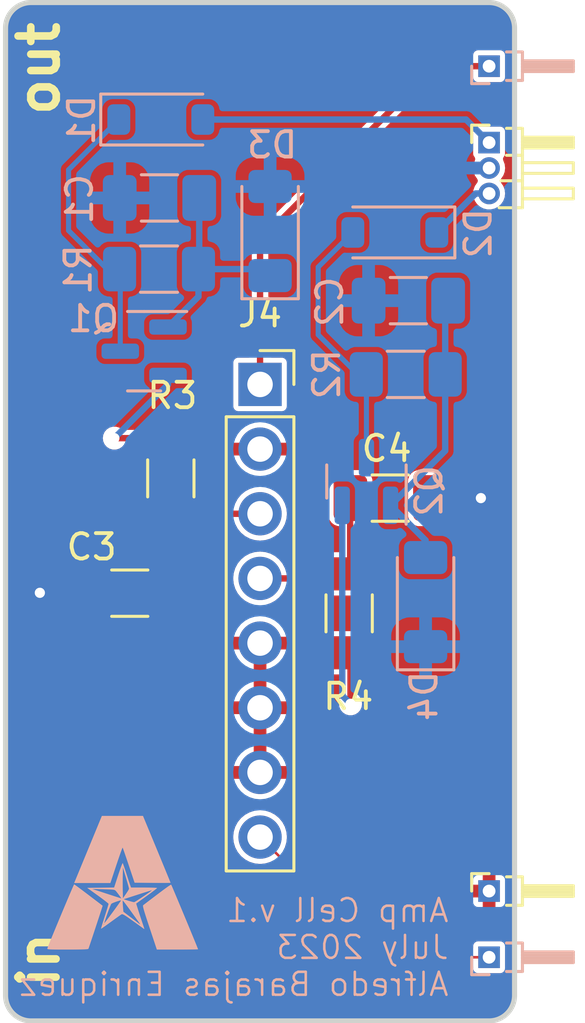
<source format=kicad_pcb>
(kicad_pcb (version 20221018) (generator pcbnew)
  (layers (0 "F.Cu" signal) (1 "In1.Cu" signal) (2 "In2.Cu" signal) (31 "B.Cu" signal) (34 "B.Paste" user) (35 "F.Paste" user) (36 "B.SilkS" user "B.Silkscreen") (37 "F.SilkS" user "F.Silkscreen") (38 "B.Mask" user) (39 "F.Mask" user) (44 "Edge.Cuts" user))
  (net 0 "")
  (net 1 "Net-(D3-K)")
  (net 2 "GND")
  (net 3 "Net-(D4-A)")
  (net 4 "Net-(J4-Pin_3)")
  (net 5 "GND1")
  (net 6 "Net-(J4-Pin_4)")
  (net 7 "+11")
  (net 8 "Net-(D1-A)")
  (net 9 "Net-(D2-K)")
  (net 10 "-11")
  (net 11 "Net-(J2-In)")
  (net 12 "Net-(J3-In)")
  (net 13 "Net-(Q1-E)")
  (net 14 "Net-(Q2-E)")
  (footprint "Connector_PinSocket_2.54mm:PinSocket_1x08_P2.54mm_Vertical" (layer "F.Cu") (at 27.5465 30.676)
    (fp_text reference "J4" (at 0 -2.77) (layer "F.SilkS"))
    (fp_text value "Conn_01x08" hide)
    (fp_line (start -1.33 1.27) (end -1.33 19.11) (stroke (width 0.12)) (layer "F.SilkS"))
    (fp_line (start -1.33 1.27) (end 1.33 1.27) (stroke (width 0.12)) (layer "F.SilkS"))
    (fp_line (start -1.33 19.11) (end 1.33 19.11) (stroke (width 0.12)) (layer "F.SilkS"))
    (fp_line (start 0 -1.33) (end 1.33 -1.33) (stroke (width 0.12)) (layer "F.SilkS"))
    (fp_line (start 1.33 -1.33) (end 1.33 0) (stroke (width 0.12)) (layer "F.SilkS"))
    (fp_line (start 1.33 1.27) (end 1.33 19.11) (stroke (width 0.12)) (layer "F.SilkS"))
    (pad "1" thru_hole rect (at 0 0) (size 1.7 1.7) (drill 1) (layers "*.Cu" "*.Mask") (net 11 "Net-(J2-In)"))
    (pad "2" thru_hole oval (at 0 2.54) (size 1.7 1.7) (drill 1) (layers "*.Cu" "*.Mask") (net 5 "GND1"))
    (pad "3" thru_hole oval (at 0 5.08) (size 1.7 1.7) (drill 1) (layers "*.Cu" "*.Mask") (net 4 "Net-(J4-Pin_3)"))
    (pad "4" thru_hole oval (at 0 7.62) (size 1.7 1.7) (drill 1) (layers "*.Cu" "*.Mask") (net 6 "Net-(J4-Pin_4)"))
    (pad "5" thru_hole oval (at 0 10.16) (size 1.7 1.7) (drill 1) (layers "*.Cu" "*.Mask") (net 5 "GND1"))
    (pad "6" thru_hole oval (at 0 12.7) (size 1.7 1.7) (drill 1) (layers "*.Cu" "*.Mask") (net 5 "GND1"))
    (pad "7" thru_hole oval (at 0 15.24) (size 1.7 1.7) (drill 1) (layers "*.Cu" "*.Mask") (net 5 "GND1"))
    (pad "8" thru_hole oval (at 0 17.78) (size 1.7 1.7) (drill 1) (layers "*.Cu" "*.Mask") (net 12 "Net-(J3-In)"))
  )
  (footprint "Capacitor_SMD:C_1206_3216Metric_Pad1.33x1.80mm_HandSolder" (layer "F.Cu") (at 22.4275 38.875 180)
    (fp_text reference "C3" (at 1.5 1.815 180) (layer "F.SilkS"))
    (fp_text value "10uF" hide)
    (fp_line (start -0.711252 -0.91) (end 0.711252 -0.91) (stroke (width 0.12)) (layer "F.SilkS"))
    (fp_line (start -0.711252 0.91) (end 0.711252 0.91) (stroke (width 0.12)) (layer "F.SilkS"))
    (pad "1" smd roundrect (at -1.5625 0 180) (size 1.325 1.8) (layers "F.Cu" "F.Paste" "F.Mask") (roundrect_rratio 0.188679) (net 4 "Net-(J4-Pin_3)"))
    (pad "2" smd roundrect (at 1.5625 0 180) (size 1.325 1.8) (layers "F.Cu" "F.Paste" "F.Mask") (roundrect_rratio 0.188679) (net 2 "GND"))
  )
  (footprint "Resistor_SMD:R_1206_3216Metric_Pad1.30x1.75mm_HandSolder" (layer "F.Cu") (at 24.0405 34.366 -90)
    (fp_text reference "R3" (at -3.25 -0.06) (layer "F.SilkS"))
    (fp_text value "4.7" hide)
    (fp_line (start -0.727064 -0.91) (end 0.727064 -0.91) (stroke (width 0.12)) (layer "F.SilkS"))
    (fp_line (start -0.727064 0.91) (end 0.727064 0.91) (stroke (width 0.12)) (layer "F.SilkS"))
    (pad "1" smd roundrect (at -1.55 0 270) (size 1.3 1.75) (layers "F.Cu" "F.Paste" "F.Mask") (roundrect_rratio 0.192308) (net 13 "Net-(Q1-E)"))
    (pad "2" smd roundrect (at 1.55 0 270) (size 1.3 1.75) (layers "F.Cu" "F.Paste" "F.Mask") (roundrect_rratio 0.192308) (net 4 "Net-(J4-Pin_3)"))
  )
  (footprint "Capacitor_SMD:C_1206_3216Metric_Pad1.33x1.80mm_HandSolder" (layer "F.Cu") (at 32.6615 35.141)
    (fp_text reference "C4" (at -0.14 -1.945) (layer "F.SilkS"))
    (fp_text value "10uF" hide)
    (fp_line (start -0.711252 -0.91) (end 0.711252 -0.91) (stroke (width 0.12)) (layer "F.SilkS"))
    (fp_line (start -0.711252 0.91) (end 0.711252 0.91) (stroke (width 0.12)) (layer "F.SilkS"))
    (pad "1" smd roundrect (at -1.5625 0) (size 1.325 1.8) (layers "F.Cu" "F.Paste" "F.Mask") (roundrect_rratio 0.188679) (net 6 "Net-(J4-Pin_4)"))
    (pad "2" smd roundrect (at 1.5625 0) (size 1.325 1.8) (layers "F.Cu" "F.Paste" "F.Mask") (roundrect_rratio 0.188679) (net 2 "GND"))
  )
  (footprint "Connector_PinHeader_1.00mm:PinHeader_1x01_P1.00mm_Horizontal" (layer "F.Cu") (at 36.5465 50.576)
    (fp_text reference "REF**" hide)
    (fp_text value "PinHeader_1x01_P1.00mm_Horizontal" hide)
    (fp_line (start -0.685 -0.685) (end 0 -0.685) (stroke (width 0.12)) (layer "F.SilkS"))
    (fp_line (start -0.685 0) (end -0.685 -0.685) (stroke (width 0.12)) (layer "F.SilkS"))
    (fp_line (start 0.685 -0.56) (end 1.31 -0.56) (stroke (width 0.12)) (layer "F.SilkS"))
    (fp_line (start 1.31 -0.56) (end 1.31 0.56) (stroke (width 0.12)) (layer "F.SilkS"))
    (fp_line (start 1.31 -0.21) (end 3.31 -0.21) (stroke (width 0.12)) (layer "F.SilkS"))
    (fp_line (start 1.31 -0.15) (end 3.31 -0.15) (stroke (width 0.12)) (layer "F.SilkS"))
    (fp_line (start 1.31 -0.03) (end 3.31 -0.03) (stroke (width 0.12)) (layer "F.SilkS"))
    (fp_line (start 1.31 0.09) (end 3.31 0.09) (stroke (width 0.12)) (layer "F.SilkS"))
    (fp_line (start 1.31 0.56) (end 0.685 0.56) (stroke (width 0.12)) (layer "F.SilkS"))
    (fp_line (start 3.31 -0.21) (end 3.31 0.21) (stroke (width 0.12)) (layer "F.SilkS"))
    (fp_line (start 3.31 0.21) (end 1.31 0.21) (stroke (width 0.12)) (layer "F.SilkS"))
    (pad "1" thru_hole rect (at 0 0) (size 0.85 0.85) (drill 0.5) (layers "*.Cu" "*.Mask") (net 5 "GND1"))
  )
  (footprint "Connector_PinHeader_1.00mm:PinHeader_1x03_P1.00mm_Horizontal" (layer "F.Cu") (at 36.5465 21.176)
    (fp_text reference "REF**" hide)
    (fp_text value "PinHeader_1x03_P1.00mm_Horizontal" hide)
    (fp_line (start -0.685 -0.685) (end 0 -0.685) (stroke (width 0.12)) (layer "F.SilkS"))
    (fp_line (start -0.685 0) (end -0.685 -0.685) (stroke (width 0.12)) (layer "F.SilkS"))
    (fp_line (start 0.468215 1.5) (end 1.31 1.5) (stroke (width 0.12)) (layer "F.SilkS"))
    (fp_line (start 0.685 -0.56) (end 1.31 -0.56) (stroke (width 0.12)) (layer "F.SilkS"))
    (fp_line (start 0.685 0.5) (end 1.31 0.5) (stroke (width 0.12)) (layer "F.SilkS"))
    (fp_line (start 1.31 -0.56) (end 1.31 2.56) (stroke (width 0.12)) (layer "F.SilkS"))
    (fp_line (start 1.31 -0.21) (end 3.31 -0.21) (stroke (width 0.12)) (layer "F.SilkS"))
    (fp_line (start 1.31 -0.15) (end 3.31 -0.15) (stroke (width 0.12)) (layer "F.SilkS"))
    (fp_line (start 1.31 -0.03) (end 3.31 -0.03) (stroke (width 0.12)) (layer "F.SilkS"))
    (fp_line (start 1.31 0.09) (end 3.31 0.09) (stroke (width 0.12)) (layer "F.SilkS"))
    (fp_line (start 1.31 0.79) (end 3.31 0.79) (stroke (width 0.12)) (layer "F.SilkS"))
    (fp_line (start 1.31 1.79) (end 3.31 1.79) (stroke (width 0.12)) (layer "F.SilkS"))
    (fp_line (start 1.31 2.56) (end 0.394493 2.56) (stroke (width 0.12)) (layer "F.SilkS"))
    (fp_line (start 3.31 -0.21) (end 3.31 0.21) (stroke (width 0.12)) (layer "F.SilkS"))
    (fp_line (start 3.31 0.21) (end 1.31 0.21) (stroke (width 0.12)) (layer "F.SilkS"))
    (fp_line (start 3.31 0.79) (end 3.31 1.21) (stroke (width 0.12)) (layer "F.SilkS"))
    (fp_line (start 3.31 1.21) (end 1.31 1.21) (stroke (width 0.12)) (layer "F.SilkS"))
    (fp_line (start 3.31 1.79) (end 3.31 2.21) (stroke (width 0.12)) (layer "F.SilkS"))
    (fp_line (start 3.31 2.21) (end 1.31 2.21) (stroke (width 0.12)) (layer "F.SilkS"))
    (pad "1" thru_hole rect (at 0 0) (size 0.85 0.85) (drill 0.5) (layers "*.Cu" "*.Mask") (net 8 "Net-(D1-A)"))
    (pad "2" thru_hole oval (at 0 1) (size 0.85 0.85) (drill 0.5) (layers "*.Cu" "*.Mask") (net 2 "GND"))
    (pad "3" thru_hole oval (at 0 2) (size 0.85 0.85) (drill 0.5) (layers "*.Cu" "*.Mask") (net 9 "Net-(D2-K)"))
  )
  (footprint "Resistor_SMD:R_1206_3216Metric_Pad1.30x1.75mm_HandSolder" (layer "F.Cu") (at 31.0475 39.667 90)
    (fp_text reference "R4" (at -3.27 -0.035) (layer "F.SilkS"))
    (fp_text value "4.7" hide)
    (fp_line (start -0.727064 -0.91) (end 0.727064 -0.91) (stroke (width 0.12)) (layer "F.SilkS"))
    (fp_line (start -0.727064 0.91) (end 0.727064 0.91) (stroke (width 0.12)) (layer "F.SilkS"))
    (pad "1" smd roundrect (at -1.55 0 90) (size 1.3 1.75) (layers "F.Cu" "F.Paste" "F.Mask") (roundrect_rratio 0.192308) (net 14 "Net-(Q2-E)"))
    (pad "2" smd roundrect (at 1.55 0 90) (size 1.3 1.75) (layers "F.Cu" "F.Paste" "F.Mask") (roundrect_rratio 0.192308) (net 6 "Net-(J4-Pin_4)"))
  )
  (footprint "Resistor_SMD:R_1206_3216Metric_Pad1.30x1.75mm_HandSolder" (layer "B.Cu") (at 33.2715 30.281)
    (fp_text reference "R2" (at -3.105 -0.005 90) (layer "B.SilkS") (effects (justify mirror)))
    (fp_text value "1.0k" hide)
    (fp_line (start -0.727064 -0.91) (end 0.727064 -0.91) (stroke (width 0.12)) (layer "B.SilkS"))
    (fp_line (start -0.727064 0.91) (end 0.727064 0.91) (stroke (width 0.12)) (layer "B.SilkS"))
    (pad "1" smd roundrect (at -1.55 0) (size 1.3 1.75) (layers "B.Cu" "B.Paste" "B.Mask") (roundrect_rratio 0.192308) (net 10 "-11"))
    (pad "2" smd roundrect (at 1.55 0) (size 1.3 1.75) (layers "B.Cu" "B.Paste" "B.Mask") (roundrect_rratio 0.192308) (net 3 "Net-(D4-A)"))
  )
  (footprint "1.Logos:UTA" (layer "B.Cu") (at 22.147 50.236 180)
    (fp_text reference "G***" hide)
    (fp_text value "LOGO" hide)
    (fp_poly (pts (xy -1.873458 -0.102715) (xy -1.832246 -0.128172) (xy -1.771634 -0.169557) (xy -1.688767 -0.22895) (xy -1.580794 -0.308432) (xy -1.44486 -0.410082) (xy -1.278112 -0.53598) (xy -1.077697 -0.688206) (xy -0.840761 -0.86884) (xy -0.807808 -0.893998) (xy -0.800407 -0.907738) (xy -0.800057 -0.935837) (xy -0.808001 -0.982698) (xy -0.825482 -1.052721) (xy -0.853741 -1.150308) (xy -0.894023 -1.279859) (xy -0.947568 -1.445777) (xy -1.015621 -1.652461) (xy -1.057852 -1.779606) (xy -1.343561 -2.637982) (xy -2.154076 -2.637982) (xy -2.350151 -2.637676) (xy -2.529139 -2.636807) (xy -2.685118 -2.635451) (xy -2.812164 -2.633682) (xy -2.904357 -2.631577) (xy -2.955775 -2.629209) (xy -2.96459 -2.627696) (xy -2.955214 -2.601211) (xy -2.928527 -2.533594) (xy -2.886686 -2.430032) (xy -2.831852 -2.295713) (xy -2.766183 -2.135825) (xy -2.691837 -1.955558) (xy -2.610975 -1.760098) (xy -2.525755 -1.554635) (xy -2.438337 -1.344357) (xy -2.350878 -1.134452) (xy -2.265539 -0.930107) (xy -2.184478 -0.736512) (xy -2.109854 -0.558855) (xy -2.043826 -0.402323) (xy -1.988553 -0.272106) (xy -1.946195 -0.173391) (xy -1.91891 -0.111367) (xy -1.909095 -0.091269) (xy -1.898123 -0.091108)) (fill solid) (layer "B.SilkS"))
    (fp_poly (pts (xy 0.008625 2.612471) (xy 0.816518 2.612083) (xy 1.238901 1.588683) (xy 1.332526 1.361847) (xy 1.424763 1.138389) (xy 1.512861 0.924975) (xy 1.594068 0.72827) (xy 1.665633 0.554939) (xy 1.724803 0.411647) (xy 1.768826 0.30506) (xy 1.78328 0.270079) (xy 1.905275 -0.025123) (xy 1.193239 -0.025123) (xy 0.481203 -0.025123) (xy 0.247657 0.67702) (xy 0.188269 0.853841) (xy 0.133554 1.013462) (xy 0.085572 1.150132) (xy 0.046382 1.258099) (xy 0.018046 1.331613) (xy 0.002623 1.364922) (xy 0.000775 1.366174) (xy -0.010318 1.33989) (xy -0.035086 1.272027) (xy -0.071406 1.168703) (xy -0.117152 1.03604) (xy -0.170202 0.880154) (xy -0.228432 0.707167) (xy -0.240761 0.670312) (xy -0.46896 -0.012562) (xy -1.176617 -0.019234) (xy -1.359322 -0.020614) (xy -1.524526 -0.021205) (xy -1.66589 -0.021037) (xy -1.777079 -0.02014) (xy -1.851754 -0.018544) (xy -1.88358 -0.016281) (xy -1.884273 -0.015841) (xy -1.874945 0.008428) (xy -1.848155 0.074755) (xy -1.805702 0.178786) (xy -1.749379 0.316169) (xy -1.680984 0.48255) (xy -1.602312 0.673576) (xy -1.515159 0.884893) (xy -1.42132 1.112149) (xy -1.322593 1.35099) (xy -1.220771 1.597062) (xy -1.117652 1.846014) (xy -1.015031 2.093491) (xy -0.914705 2.33514) (xy -0.874987 2.430712) (xy -0.799268 2.612859)) (fill solid) (layer "B.SilkS"))
    (fp_poly (pts (xy 1.918504 -0.097744) (xy 1.9474 -0.161428) (xy 1.991107 -0.261267) (xy 2.047469 -0.392104) (xy 2.114329 -0.548783) (xy 2.189531 -0.72615) (xy 2.270919 -0.919048) (xy 2.356337 -1.122321) (xy 2.443629 -1.330813) (xy 2.530638 -1.539369) (xy 2.615209 -1.742833) (xy 2.695184 -1.936049) (xy 2.768409 -2.113862) (xy 2.832726 -2.271114) (xy 2.88598 -2.402651) (xy 2.926014 -2.503317) (xy 2.950672 -2.567956) (xy 2.957398 -2.588072) (xy 2.959684 -2.601819) (xy 2.955214 -2.612778) (xy 2.93896 -2.621265) (xy 2.905892 -2.627595) (xy 2.850981 -2.632085) (xy 2.769199 -2.63505) (xy 2.655515 -2.636806) (xy 2.504901 -2.63767) (xy 2.312327 -2.637956) (xy 2.162774 -2.637982) (xy 1.928099 -2.637542) (xy 1.739547 -2.636117) (xy 1.593002 -2.633548) (xy 1.484346 -2.629679) (xy 1.409464 -2.624351) (xy 1.364239 -2.617407) (xy 1.344552 -2.608689) (xy 1.343262 -2.606577) (xy 1.326507 -2.559282) (xy 1.297569 -2.47452) (xy 1.258607 -2.358834) (xy 1.211777 -2.218763) (xy 1.159238 -2.06085) (xy 1.103148 -1.891634) (xy 1.045664 -1.717658) (xy 0.988945 -1.545461) (xy 0.935147 -1.381585) (xy 0.88643 -1.232572) (xy 0.844951 -1.104961) (xy 0.812867 -1.005294) (xy 0.792336 -0.940112) (xy 0.785517 -0.915956) (xy 0.78553 -0.91594) (xy 0.806249 -0.900179) (xy 0.86177 -0.857926) (xy 0.946915 -0.793122) (xy 1.056506 -0.70971) (xy 1.185362 -0.611632) (xy 1.328305 -0.502828) (xy 1.340636 -0.493442) (xy 1.485027 -0.38398) (xy 1.616419 -0.285222) (xy 1.729519 -0.201079) (xy 1.81903 -0.135464) (xy 1.879658 -0.092287) (xy 1.906107 -0.075461) (xy 1.906575 -0.075371)) (fill solid) (layer "B.SilkS"))
    (fp_poly (pts (xy 0.010228 0.743036) (xy 0.035449 0.684923) (xy 0.070747 0.592374) (xy 0.113581 0.472123) (xy 0.161411 0.330907) (xy 0.175069 0.289395) (xy 0.335093 -0.200014) (xy 0.864727 -0.206782) (xy 1.394362 -0.213551) (xy 0.97437 -0.515034) (xy 0.847991 -0.606919) (xy 0.73676 -0.69002) (xy 0.646772 -0.759598) (xy 0.584125 -0.810914) (xy 0.554914 -0.839228) (xy 0.553549 -0.842182) (xy 0.560688 -0.873019) (xy 0.581075 -0.943909) (xy 0.612366 -1.04714) (xy 0.652218 -1.174998) (xy 0.698287 -1.31977) (xy 0.705093 -1.34093) (xy 0.751314 -1.485993) (xy 0.791096 -1.613855) (xy 0.822235 -1.717175) (xy 0.842525 -1.788611) (xy 0.84976 -1.820819) (xy 0.849554 -1.821847) (xy 0.82782 -1.810237) (xy 0.772123 -1.773231) (xy 0.688902 -1.715309) (xy 0.591109 -1.645598) (xy 0.728585 -1.645598) (xy 0.741147 -1.65816) (xy 0.753709 -1.645598) (xy 0.741147 -1.633036) (xy 0.728585 -1.645598) (xy 0.591109 -1.645598) (xy 0.584594 -1.640954) (xy 0.465637 -1.554644) (xy 0.464787 -1.554023) (xy 0.342408 -1.464922) (xy 0.231561 -1.384996) (xy 0.139577 -1.31947) (xy 0.073786 -1.273567) (xy 0.042272 -1.252921) (xy 0.019601 -1.248476) (xy -0.01501 -1.257959) (xy -0.067085 -1.284595) (xy -0.142147 -1.331612) (xy -0.245719 -1.402236) (xy -0.383324 -1.499693) (xy -0.397391 -1.509765) (xy -0.521834 -1.599002) (xy -0.633439 -1.67918) (xy -0.725299 -1.745326) (xy -0.790506 -1.792465) (xy -0.82215 -1.815622) (xy -0.8228 -1.816116) (xy -0.850067 -1.831684) (xy -0.854204 -1.829644) (xy -0.846635 -1.803192) (xy -0.825965 -1.73855) (xy -0.79525 -1.645106) (xy -0.794685 -1.643415) (xy -0.68549 -1.643415) (xy -0.677719 -1.643309) (xy -0.645416 -1.61901) (xy -0.581127 -1.570338) (xy -0.492846 -1.503356) (xy -0.388567 -1.424127) (xy -0.33494 -1.383346) (xy -0.029227 -1.150796) (xy -0.011549 -0.938568) (xy -0.004735 -0.840851) (xy -0.001872 -0.764038) (xy -0.00332 -0.720439) (xy -0.004994 -0.715217) (xy -0.022427 -0.730976) (xy -0.064122 -0.781529) (xy -0.125282 -0.860674) (xy -0.20111 -0.962212) (xy -0.282787 -1.074351) (xy -0.375106 -1.202435) (xy -0.463473 -1.324862) (xy -0.54117 -1.432338) (xy -0.601479 -1.515566) (xy -0.632121 -1.557665) (xy -0.670194 -1.613283) (xy -0.68549 -1.643415) (xy -0.794685 -1.643415) (xy -0.757546 -1.532247) (xy -0.75302 -1.518803) (xy -0.706905 -1.380532) (xy -0.659953 -1.237383) (xy -0.618218 -1.107932) (xy -0.592078 -1.02485) (xy -0.532319 -0.831204) (xy -0.943724 -0.534939) (xy -1.068575 -0.444165) (xy -1.178261 -0.362762) (xy -1.248153 -0.309511) (xy -1.146967 -0.309511) (xy -1.131152 -0.326094) (xy -1.081302 -0.364203) (xy -1.0057 -0.418273) (xy -0.912629 -0.482738) (xy -0.81037 -0.552033) (xy -0.707207 -0.620592) (xy -0.611423 -0.682849) (xy -0.5313 -0.733239) (xy -0.475121 -0.766195) (xy -0.452226 -0.776353) (xy -0.411298 -0.769939) (xy -0.337236 -0.751579) (xy -0.244658 -0.724963) (xy -0.226113 -0.719256) (xy -0.187235 -0.70716) (xy 0.06436 -0.70716) (xy 0.075922 -0.728951) (xy 0.112508 -0.783577) (xy 0.168953 -0.864022) (xy 0.240094 -0.963271) (xy 0.320767 -1.07431) (xy 0.405807 -1.190123) (xy 0.490049 -1.303694) (xy 0.568331 -1.408009) (xy 0.635486 -1.496052) (xy 0.686352 -1.560809) (xy 0.715764 -1.595264) (xy 0.72083 -1.598919) (xy 0.715717 -1.57367) (xy 0.696137 -1.509527) (xy 0.664805 -1.41481) (xy 0.62444 -1.297842) (xy 0.599957 -1.22868) (xy 0.553193 -1.100847) (xy 0.510143 -0.988976) (xy 0.47444 -0.902084) (xy 0.44972 -0.849187) (xy 0.44265 -0.838342) (xy 0.409082 -0.818935) (xy 0.345434 -0.79195) (xy 0.265779 -0.762268) (xy 0.184187 -0.734768) (xy 0.114731 -0.714329) (xy 0.071483 -0.705833) (xy 0.06436 -0.70716) (xy -0.187235 -0.70716) (xy -0.037686 -0.660631) (xy -0.140079 -0.627526) (xy 0.054967 -0.627526) (xy 0.080023 -0.61991) (xy 0.146141 -0.598835) (xy 0.246627 -0.566461) (xy 0.374785 -0.524951) (xy 0.523921 -0.476464) (xy 0.627701 -0.442634) (xy 1.192593 -0.258308) (xy 0.753319 -0.269576) (xy 0.595187 -0.273809) (xy 0.479458 -0.277997) (xy 0.398303 -0.283372) (xy 0.343894 -0.291169) (xy 0.308403 -0.302621) (xy 0.284001 -0.31896) (xy 0.26286 -0.341422) (xy 0.257545 -0.347692) (xy 0.213182 -0.402745) (xy 0.162509 -0.469298) (xy 0.113815 -0.535903) (xy 0.075388 -0.591109) (xy 0.055516 -0.623468) (xy 0.054967 -0.627526) (xy -0.140079 -0.627526) (xy -0.589483 -0.482228) (xy -0.7465 -0.431774) (xy -0.886627 -0.387342) (xy -1.003119 -0.351023) (xy -1.089232 -0.324905) (xy -1.138222 -0.311078) (xy -1.146967 -0.309511) (xy -1.248153 -0.309511) (xy -1.266649 -0.295419) (xy -1.324554 -0.249257) (xy -0.251237 -0.249257) (xy -0.237654 -0.281802) (xy -0.201529 -0.343456) (xy -0.149796 -0.422636) (xy -0.131899 -0.448605) (xy -0.012562 -0.619641) (xy -0.005508 -0.322382) (xy -0.003166 -0.164973) (xy -0.002637 0.015167) (xy -0.003922 0.190554) (xy -0.005508 0.27972) (xy -0.012562 0.584563) (xy -0.131899 0.181808) (xy -0.171638 0.046069) (xy -0.205771 -0.073618) (xy -0.231908 -0.168626) (xy -0.247663 -0.230329) (xy -0.251237 -0.249257) (xy -1.324554 -0.249257) (xy -1.327603 -0.246826) (xy -1.354991 -0.221674) (xy -1.355903 -0.219832) (xy -1.332261 -0.214161) (xy -1.265803 -0.209174) (xy -1.163956 -0.205144) (xy -1.034149 -0.202344) (xy -0.883811 -0.201046) (xy -0.84372 -0.200989) (xy -0.330764 -0.200989) (xy -0.291805 -0.094213) (xy -0.270195 -0.032011) (xy -0.237295 0.066331) (xy -0.196987 0.18905) (xy -0.153154 0.324385) (xy -0.136323 0.376855) (xy -0.094702 0.504742) (xy -0.05729 0.615542) (xy -0.027168 0.700444) (xy -0.007418 0.750633) (xy -0.002377 0.759976)) (fill solid) (layer "B.SilkS"))
  )
  (footprint "Capacitor_SMD:C_1206_3216Metric_Pad1.33x1.80mm_HandSolder" (layer "B.Cu") (at 23.594 23.351 180)
    (fp_text reference "C1" (at 3.1375 -0.045 270) (layer "B.SilkS") (effects (justify mirror)))
    (fp_text value "10uF" hide)
    (fp_line (start -0.711252 -0.91) (end 0.711252 -0.91) (stroke (width 0.12)) (layer "B.SilkS"))
    (fp_line (start -0.711252 0.91) (end 0.711252 0.91) (stroke (width 0.12)) (layer "B.SilkS"))
    (pad "1" smd roundrect (at -1.5625 0 180) (size 1.325 1.8) (layers "B.Cu" "B.Paste" "B.Mask") (roundrect_rratio 0.188679) (net 1 "Net-(D3-K)"))
    (pad "2" smd roundrect (at 1.5625 0 180) (size 1.325 1.8) (layers "B.Cu" "B.Paste" "B.Mask") (roundrect_rratio 0.188679) (net 2 "GND"))
  )
  (footprint "Capacitor_SMD:C_1206_3216Metric_Pad1.33x1.80mm_HandSolder" (layer "B.Cu") (at 33.374 27.386 180)
    (fp_text reference "C2" (at 3.0875 -0.045 90) (layer "B.SilkS") (effects (justify mirror)))
    (fp_text value "10uF" hide)
    (fp_line (start -0.711252 -0.91) (end 0.711252 -0.91) (stroke (width 0.12)) (layer "B.SilkS"))
    (fp_line (start -0.711252 0.91) (end 0.711252 0.91) (stroke (width 0.12)) (layer "B.SilkS"))
    (pad "1" smd roundrect (at -1.5625 0 180) (size 1.325 1.8) (layers "B.Cu" "B.Paste" "B.Mask") (roundrect_rratio 0.188679) (net 3 "Net-(D4-A)"))
    (pad "2" smd roundrect (at 1.5625 0 180) (size 1.325 1.8) (layers "B.Cu" "B.Paste" "B.Mask") (roundrect_rratio 0.188679) (net 2 "GND"))
  )
  (footprint "Diode_SMD:D_SOD-123" (layer "B.Cu") (at 32.8415 24.706 180)
    (fp_text reference "D2" (at -3.275 -0.035 90) (layer "B.SilkS") (effects (justify mirror)))
    (fp_text value "1N4148W" hide)
    (fp_line (start -2.36 -1) (end 1.65 -1) (stroke (width 0.12)) (layer "B.SilkS"))
    (fp_line (start -2.36 1) (end -2.36 -1) (stroke (width 0.12)) (layer "B.SilkS"))
    (fp_line (start -2.36 1) (end 1.65 1) (stroke (width 0.12)) (layer "B.SilkS"))
    (pad "1" smd roundrect (at -1.65 0 180) (size 0.9 1.2) (layers "B.Cu" "B.Paste" "B.Mask") (net 9 "Net-(D2-K)"))
    (pad "2" smd roundrect (at 1.65 0 180) (size 0.9 1.2) (layers "B.Cu" "B.Paste" "B.Mask") (net 10 "-11"))
  )
  (footprint "Resistor_SMD:R_1206_3216Metric_Pad1.30x1.75mm_HandSolder" (layer "B.Cu") (at 23.5765 26.146)
    (fp_text reference "R1" (at -3.175 0.02 -90) (layer "B.SilkS") (effects (justify mirror)))
    (fp_text value "1.0k" hide)
    (fp_line (start -0.727064 -0.91) (end 0.727064 -0.91) (stroke (width 0.12)) (layer "B.SilkS"))
    (fp_line (start -0.727064 0.91) (end 0.727064 0.91) (stroke (width 0.12)) (layer "B.SilkS"))
    (pad "1" smd roundrect (at -1.55 0) (size 1.3 1.75) (layers "B.Cu" "B.Paste" "B.Mask") (roundrect_rratio 0.192308) (net 7 "+11"))
    (pad "2" smd roundrect (at 1.55 0) (size 1.3 1.75) (layers "B.Cu" "B.Paste" "B.Mask") (roundrect_rratio 0.192308) (net 1 "Net-(D3-K)"))
  )
  (footprint "Package_TO_SOT_SMD:SOT-23" (layer "B.Cu") (at 22.9915 29.371 180)
    (fp_text reference "Q1" (at 1.99 1.275) (layer "B.SilkS") (effects (justify mirror)))
    (fp_text value "MMBT3904" hide)
    (fp_line (start 0 -1.56) (end -0.65 -1.56) (stroke (width 0.12)) (layer "B.SilkS"))
    (fp_line (start 0 -1.56) (end 0.65 -1.56) (stroke (width 0.12)) (layer "B.SilkS"))
    (fp_line (start 0 1.56) (end -1.675 1.56) (stroke (width 0.12)) (layer "B.SilkS"))
    (fp_line (start 0 1.56) (end 0.65 1.56) (stroke (width 0.12)) (layer "B.SilkS"))
    (pad "1" smd roundrect (at -0.9375 0.95 180) (size 1.475 0.6) (layers "B.Cu" "B.Paste" "B.Mask") (net 1 "Net-(D3-K)"))
    (pad "2" smd roundrect (at -0.9375 -0.95 180) (size 1.475 0.6) (layers "B.Cu" "B.Paste" "B.Mask") (net 13 "Net-(Q1-E)"))
    (pad "3" smd roundrect (at 0.9375 0 180) (size 1.475 0.6) (layers "B.Cu" "B.Paste" "B.Mask") (net 7 "+11"))
  )
  (footprint "Diode_SMD:D_MiniMELF" (layer "B.Cu") (at 34.0515 39.226 90)
    (fp_text reference "D4" (at -3.6875 -0.06 90) (layer "B.SilkS") (effects (justify mirror)))
    (fp_text value "BZV55B7V5" hide)
    (fp_line (start -2.66 -1.11) (end 1.75 -1.11) (stroke (width 0.12)) (layer "B.SilkS"))
    (fp_line (start -2.66 1.11) (end -2.66 -1.11) (stroke (width 0.12)) (layer "B.SilkS"))
    (fp_line (start 1.75 1.11) (end -2.66 1.11) (stroke (width 0.12)) (layer "B.SilkS"))
    (pad "1" smd roundrect (at -1.75 0 90) (size 1.3 1.7) (layers "B.Cu" "B.Paste" "B.Mask") (roundrect_rratio 0.1923076923) (net 2 "GND"))
    (pad "2" smd roundrect (at 1.75 0 90) (size 1.3 1.7) (layers "B.Cu" "B.Paste" "B.Mask") (roundrect_rratio 0.1923076923) (net 3 "Net-(D4-A)"))
  )
  (footprint "Connector_PinHeader_1.00mm:PinHeader_1x01_P1.00mm_Horizontal" (layer "B.Cu") (at 36.5465 18.176)
    (fp_text reference "REF**" hide)
    (fp_text value "PinHeader_1x01_P1.00mm_Horizontal" hide)
    (fp_line (start -0.685 0) (end -0.685 0.685) (stroke (width 0.12)) (layer "B.SilkS"))
    (fp_line (start -0.685 0.685) (end 0 0.685) (stroke (width 0.12)) (layer "B.SilkS"))
    (fp_line (start 0.685 0.56) (end 1.31 0.56) (stroke (width 0.12)) (layer "B.SilkS"))
    (fp_line (start 1.31 -0.56) (end 0.685 -0.56) (stroke (width 0.12)) (layer "B.SilkS"))
    (fp_line (start 1.31 -0.09) (end 3.31 -0.09) (stroke (width 0.12)) (layer "B.SilkS"))
    (fp_line (start 1.31 0.03) (end 3.31 0.03) (stroke (width 0.12)) (layer "B.SilkS"))
    (fp_line (start 1.31 0.15) (end 3.31 0.15) (stroke (width 0.12)) (layer "B.SilkS"))
    (fp_line (start 1.31 0.21) (end 3.31 0.21) (stroke (width 0.12)) (layer "B.SilkS"))
    (fp_line (start 1.31 0.56) (end 1.31 -0.56) (stroke (width 0.12)) (layer "B.SilkS"))
    (fp_line (start 3.31 -0.21) (end 1.31 -0.21) (stroke (width 0.12)) (layer "B.SilkS"))
    (fp_line (start 3.31 0.21) (end 3.31 -0.21) (stroke (width 0.12)) (layer "B.SilkS"))
    (pad "1" thru_hole rect (at 0 0) (size 0.85 0.85) (drill 0.5) (layers "*.Cu" "*.Mask") (net 11 "Net-(J2-In)"))
  )
  (footprint "Diode_SMD:D_SOD-123" (layer "B.Cu") (at 23.6465 20.271)
    (fp_text reference "D1" (at -3.11 0.025 90) (layer "B.SilkS") (effects (justify mirror)))
    (fp_text value "1N4148W" hide)
    (fp_line (start -2.36 -1) (end 1.65 -1) (stroke (width 0.12)) (layer "B.SilkS"))
    (fp_line (start -2.36 1) (end -2.36 -1) (stroke (width 0.12)) (layer "B.SilkS"))
    (fp_line (start -2.36 1) (end 1.65 1) (stroke (width 0.12)) (layer "B.SilkS"))
    (pad "1" smd roundrect (at -1.65 0) (size 0.9 1.2) (layers "B.Cu" "B.Paste" "B.Mask") (net 7 "+11"))
    (pad "2" smd roundrect (at 1.65 0) (size 0.9 1.2) (layers "B.Cu" "B.Paste" "B.Mask") (net 8 "Net-(D1-A)"))
  )
  (footprint "Package_TO_SOT_SMD:SOT-23" (layer "B.Cu") (at 31.7265 34.4885 90)
    (fp_text reference "Q2" (at -0.3725 2.46 90) (layer "B.SilkS") (effects (justify mirror)))
    (fp_text value "MMBT3906" hide)
    (fp_line (start 0 -1.56) (end -0.65 -1.56) (stroke (width 0.12)) (layer "B.SilkS"))
    (fp_line (start 0 -1.56) (end 0.65 -1.56) (stroke (width 0.12)) (layer "B.SilkS"))
    (fp_line (start 0 1.56) (end -1.675 1.56) (stroke (width 0.12)) (layer "B.SilkS"))
    (fp_line (start 0 1.56) (end 0.65 1.56) (stroke (width 0.12)) (layer "B.SilkS"))
    (pad "1" smd roundrect (at -0.9375 0.95 90) (size 1.475 0.6) (layers "B.Cu" "B.Paste" "B.Mask") (net 3 "Net-(D4-A)"))
    (pad "2" smd roundrect (at -0.9375 -0.95 90) (size 1.475 0.6) (layers "B.Cu" "B.Paste" "B.Mask") (net 14 "Net-(Q2-E)"))
    (pad "3" smd roundrect (at 0.9375 0 90) (size 1.475 0.6) (layers "B.Cu" "B.Paste" "B.Mask") (net 10 "-11"))
  )
  (footprint "Diode_SMD:D_MiniMELF" (layer "B.Cu") (at 27.9415 24.651 90)
    (fp_text reference "D3" (at 3.38 0.08 180) (layer "B.SilkS") (effects (justify mirror)))
    (fp_text value "BZV55B7V5" hide)
    (fp_line (start -2.66 -1.11) (end 1.75 -1.11) (stroke (width 0.12)) (layer "B.SilkS"))
    (fp_line (start -2.66 1.11) (end -2.66 -1.11) (stroke (width 0.12)) (layer "B.SilkS"))
    (fp_line (start 1.75 1.11) (end -2.66 1.11) (stroke (width 0.12)) (layer "B.SilkS"))
    (pad "1" smd roundrect (at -1.75 0 90) (size 1.3 1.7) (layers "B.Cu" "B.Paste" "B.Mask") (roundrect_rratio 0.1923076923) (net 1 "Net-(D3-K)"))
    (pad "2" smd roundrect (at 1.75 0 90) (size 1.3 1.7) (layers "B.Cu" "B.Paste" "B.Mask") (roundrect_rratio 0.1923076923) (net 2 "GND"))
  )
  (footprint "Connector_PinHeader_1.00mm:PinHeader_1x01_P1.00mm_Horizontal" (layer "B.Cu") (at 36.5465 53.176)
    (fp_text reference "REF**" hide)
    (fp_text value "PinHeader_1x01_P1.00mm_Horizontal" hide)
    (fp_line (start -0.685 0) (end -0.685 0.685) (stroke (width 0.12)) (layer "B.SilkS"))
    (fp_line (start -0.685 0.685) (end 0 0.685) (stroke (width 0.12)) (layer "B.SilkS"))
    (fp_line (start 0.685 0.56) (end 1.31 0.56) (stroke (width 0.12)) (layer "B.SilkS"))
    (fp_line (start 1.31 -0.56) (end 0.685 -0.56) (stroke (width 0.12)) (layer "B.SilkS"))
    (fp_line (start 1.31 -0.09) (end 3.31 -0.09) (stroke (width 0.12)) (layer "B.SilkS"))
    (fp_line (start 1.31 0.03) (end 3.31 0.03) (stroke (width 0.12)) (layer "B.SilkS"))
    (fp_line (start 1.31 0.15) (end 3.31 0.15) (stroke (width 0.12)) (layer "B.SilkS"))
    (fp_line (start 1.31 0.21) (end 3.31 0.21) (stroke (width 0.12)) (layer "B.SilkS"))
    (fp_line (start 1.31 0.56) (end 1.31 -0.56) (stroke (width 0.12)) (layer "B.SilkS"))
    (fp_line (start 3.31 -0.21) (end 1.31 -0.21) (stroke (width 0.12)) (layer "B.SilkS"))
    (fp_line (start 3.31 0.21) (end 3.31 -0.21) (stroke (width 0.12)) (layer "B.SilkS"))
    (pad "1" thru_hole rect (at 0 0) (size 0.85 0.85) (drill 0.5) (layers "*.Cu" "*.Mask") (net 12 "Net-(J3-In)"))
  )
  (gr_poly (pts (arc (start 17.5465 16.676) (mid 17.839393 15.968893) (end 18.5465 15.676)) (arc (start 36.5465 15.676) (mid 37.253607 15.968893) (end 37.5465 16.676)) (arc (start 37.5465 54.676) (mid 37.253607 55.383107) (end 36.5465 55.676)) (arc (start 18.5465 55.676) (mid 17.839393 55.383107) (end 17.5465 54.676))) (stroke (width 0.2)) (fill none) (layer "Edge.Cuts"))
  (gr_text "Amp Cell v.1\nJuly 2023\nAlfredo Barajas Enriquez" (at 35.022 54.763) (layer "B.SilkS") (effects (font (size 0.9 0.9) (thickness 0.1)) (justify left bottom mirror)))
  (gr_text "in" (at 19.728 54.51 90) (layer "F.SilkS") (effects (font (size 1.5 1.5) (thickness 0.3) bold) (justify left bottom)))
  (gr_text "out" (at 19.737 20.258 90) (layer "F.SilkS") (effects (font (size 1.5 1.5) (thickness 0.3) bold) (justify left bottom)))
  (via blind (at 31.1015 43.221) (size 0.8) (drill 0.4) (layers "F.Cu" "B.Cu") (remove_unused_layers) (net 0))
  (via blind (at 21.8215 32.786) (size 0.8) (drill 0.4) (layers "F.Cu" "B.Cu") (remove_unused_layers) (net 0))
  (segment (start 25.1565 26.116) (end 25.1265 26.146) (width 0.25) (layer "B.Cu") (net 1))
  (segment (start 27.8665 26.396) (end 27.6165 26.146) (width 0.25) (layer "B.Cu") (net 1))
  (segment (start 25.1265 26.146) (end 25.1265 27.2235) (width 0.25) (layer "B.Cu") (net 1))
  (segment (start 25.1265 26.146) (end 27.6865 26.146) (width 0.25) (layer "B.Cu") (net 1))
  (segment (start 25.1265 27.2235) (end 23.929 28.421) (width 0.25) (layer "B.Cu") (net 1))
  (segment (start 25.1565 23.351) (end 25.1565 26.116) (width 0.25) (layer "B.Cu") (net 1))
  (segment (start 27.6865 26.146) (end 27.9415 26.401) (width 0.25) (layer "B.Cu") (net 1))
  (segment (start 36.224 35.141) (end 34.224 35.141) (width 0.25) (layer "F.Cu") (net 2))
  (segment (start 18.894 38.861) (end 20.894 38.861) (width 0.25) (layer "F.Cu") (net 2))
  (via blind (at 18.894 38.861) (size 0.8) (drill 0.4) (layers "F.Cu" "B.Cu") (remove_unused_layers) (zone_layer_connections "In2.Cu" "B.Cu") (net 2))
  (via blind (at 36.224 35.141) (size 0.8) (drill 0.4) (layers "F.Cu" "B.Cu") (remove_unused_layers) (zone_layer_connections "In2.Cu" "B.Cu") (net 2))
  (segment (start 34.8215 33.281) (end 34.8215 30.281) (width 0.25) (layer "B.Cu") (net 3))
  (segment (start 32.6765 35.426) (end 34.8215 33.281) (width 0.25) (layer "B.Cu") (net 3))
  (segment (start 34.0515 36.801) (end 32.6765 35.426) (width 0.25) (layer "B.Cu") (net 3))
  (segment (start 34.8215 30.281) (end 34.8215 27.501) (width 0.25) (layer "B.Cu") (net 3))
  (segment (start 34.9365 29.791) (end 34.4665 30.261) (width 0.25) (layer "B.Cu") (net 3))
  (segment (start 34.8215 27.501) (end 34.9365 27.386) (width 0.25) (layer "B.Cu") (net 3))
  (segment (start 34.0515 37.476) (end 34.0515 36.801) (width 0.25) (layer "B.Cu") (net 3))
  (segment (start 24.2665 35.756) (end 27.5465 35.756) (width 0.25) (layer "F.Cu") (net 4))
  (segment (start 24.019 36.0035) (end 24.0565 35.966) (width 0.25) (layer "F.Cu") (net 4))
  (segment (start 24.019 38.861) (end 24.019 36.0035) (width 0.25) (layer "F.Cu") (net 4))
  (segment (start 24.0565 35.966) (end 24.2665 35.756) (width 0.25) (layer "F.Cu") (net 4))
  (segment (start 31.0865 38.176) (end 31.0865 35.2435) (width 0.25) (layer "F.Cu") (net 6))
  (segment (start 31.0865 38.176) (end 30.9665 38.296) (width 0.25) (layer "F.Cu") (net 6))
  (segment (start 30.9665 38.296) (end 27.5465 38.296) (width 0.25) (layer "F.Cu") (net 6))
  (segment (start 31.0865 35.2435) (end 30.989 35.146) (width 0.25) (layer "F.Cu") (net 6))
  (segment (start 22.0265 26.146) (end 21.5365 26.146) (width 0.2) (layer "B.Cu") (net 7))
  (segment (start 22.054 29.371) (end 22.054 26.1735) (width 0.2) (layer "B.Cu") (net 7))
  (segment (start 20.0215 24.631) (end 20.0215 22.246) (width 0.2) (layer "B.Cu") (net 7))
  (segment (start 20.0215 22.246) (end 21.9965 20.271) (width 0.2) (layer "B.Cu") (net 7))
  (segment (start 22.054 26.1735) (end 22.0265 26.146) (width 0.2) (layer "B.Cu") (net 7))
  (segment (start 21.5365 26.146) (end 20.0215 24.631) (width 0.2) (layer "B.Cu") (net 7))
  (segment (start 25.2965 20.271) (end 35.6415 20.271) (width 0.25) (layer "B.Cu") (net 8))
  (segment (start 35.6415 20.271) (end 36.5465 21.176) (width 0.25) (layer "B.Cu") (net 8))
  (segment (start 34.6285 24.569) (end 34.4915 24.706) (width 0.25) (layer "B.Cu") (net 9))
  (segment (start 34.4915 24.706) (end 36.0215 23.176) (width 0.25) (layer "B.Cu") (net 9))
  (segment (start 36.0215 23.176) (end 36.5465 23.176) (width 0.25) (layer "B.Cu") (net 9))
  (segment (start 31.7265 30.286) (end 31.7215 30.281) (width 0.2) (layer "B.Cu") (net 10))
  (segment (start 29.8315 28.726) (end 31.3865 30.281) (width 0.2) (layer "B.Cu") (net 10))
  (segment (start 31.3865 30.281) (end 31.7215 30.281) (width 0.2) (layer "B.Cu") (net 10))
  (segment (start 31.7265 33.551) (end 31.7265 30.286) (width 0.2) (layer "B.Cu") (net 10))
  (segment (start 31.1915 24.706) (end 29.8315 26.066) (width 0.2) (layer "B.Cu") (net 10))
  (segment (start 29.8315 26.066) (end 29.8315 28.726) (width 0.2) (layer "B.Cu") (net 10))
  (segment (start 34.4195 18.176) (end 36.5465 18.176) (width 0.25) (layer "F.Cu") (net 11))
  (segment (start 27.5465 30.676) (end 27.5465 25.049) (width 0.25) (layer "F.Cu") (net 11))
  (segment (start 27.5465 25.049) (end 34.4195 18.176) (width 0.25) (layer "F.Cu") (net 11))
  (segment (start 32.2665 53.176) (end 36.5465 53.176) (width 0.1) (layer "F.Cu") (net 12))
  (segment (start 27.5465 48.456) (end 32.2665 53.176) (width 0.1) (layer "F.Cu") (net 12))
  (segment (start 23.9765 32.786) (end 24.0565 32.866) (width 0.25) (layer "F.Cu") (net 13))
  (segment (start 21.8215 32.786) (end 23.9765 32.786) (width 0.25) (layer "F.Cu") (net 13))
  (segment (start 21.8215 32.786) (end 23.929 30.6785) (width 0.25) (layer "B.Cu") (net 13))
  (segment (start 23.929 30.6785) (end 23.929 30.321) (width 0.25) (layer "B.Cu") (net 13))
  (segment (start 31.1015 41.291) (end 31.0865 41.276) (width 0.25) (layer "F.Cu") (net 14))
  (segment (start 31.1015 43.221) (end 31.1015 41.291) (width 0.25) (layer "F.Cu") (net 14))
  (segment (start 30.7765 42.896) (end 30.7765 35.426) (width 0.25) (layer "B.Cu") (net 14))
  (segment (start 31.1015 43.221) (end 30.7765 42.896) (width 0.25) (layer "B.Cu") (net 14))
  (zone (net 5) (net_name "GND1") (layers "F.Cu" "In1.Cu") (priority 1) (connect_pads (clearance 0)) (min_thickness 0.25) (fill yes (thermal_gap 0.5) (thermal_bridge_width 0.5) (island_removal_mode 1) (island_area_min 10))
    (polygon (pts (xy 17.5615 54.73) (xy 17.5615 16.562) (xy 17.5885 16.326) (xy 17.7135 16.118) (xy 17.9025 15.906) (xy 18.2125 15.73) (xy 18.5175 15.67) (xy 36.5805 15.67) (xy 36.7775 15.696) (xy 36.9625 15.758) (xy 37.2125 15.947) (xy 37.4305 16.212) (xy 37.5545 16.572) (xy 37.5545 54.784) (xy 37.5285 54.889) (xy 37.4665 55.059) (xy 37.3235 55.329) (xy 37.0705 55.54) (xy 36.6325 55.698) (xy 18.4725 55.698) (xy 18.3595 55.677) (xy 18.0895 55.577) (xy 17.8785 55.432) (xy 17.7225 55.262) (xy 17.5735 54.958)))
  )
  (zone (net 2) (net_name "GND") (layers "In2.Cu" "B.Cu") (priority 1) (connect_pads (clearance 0)) (min_thickness 0.25) (fill yes (thermal_gap 0.5) (thermal_bridge_width 0.5) (island_removal_mode 1) (island_area_min 10))
    (polygon (pts (xy 17.5615 54.73) (xy 17.5615 16.562) (xy 17.5885 16.326) (xy 17.7135 16.118) (xy 17.9025 15.906) (xy 18.2125 15.73) (xy 18.5175 15.67) (xy 36.5805 15.67) (xy 36.7775 15.696) (xy 36.9625 15.758) (xy 37.2125 15.947) (xy 37.4305 16.212) (xy 37.5545 16.572) (xy 37.5545 54.784) (xy 37.5285 54.889) (xy 37.4665 55.059) (xy 37.3235 55.329) (xy 37.0705 55.54) (xy 36.6325 55.698) (xy 18.4725 55.698) (xy 18.3595 55.677) (xy 18.0895 55.577) (xy 17.8785 55.432) (xy 17.7225 55.262) (xy 17.5735 54.958)))
  )
)
</source>
